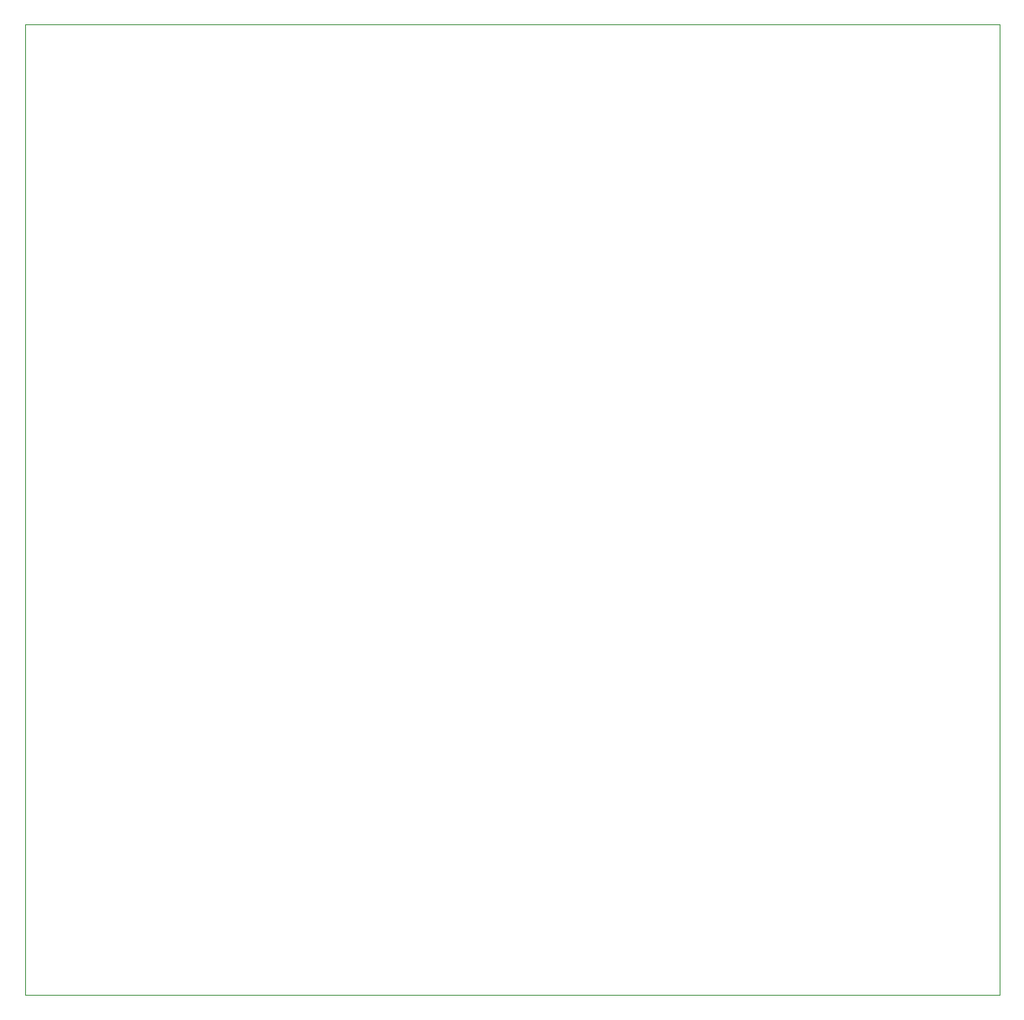
<source format=gm1>
G04 #@! TF.GenerationSoftware,KiCad,Pcbnew,(5.1.10)-1*
G04 #@! TF.CreationDate,2023-01-28T17:58:06+01:00*
G04 #@! TF.ProjectId,8-bit-computer_General_Registers_pcb,382d6269-742d-4636-9f6d-70757465725f,rev?*
G04 #@! TF.SameCoordinates,Original*
G04 #@! TF.FileFunction,Profile,NP*
%FSLAX46Y46*%
G04 Gerber Fmt 4.6, Leading zero omitted, Abs format (unit mm)*
G04 Created by KiCad (PCBNEW (5.1.10)-1) date 2023-01-28 17:58:06*
%MOMM*%
%LPD*%
G01*
G04 APERTURE LIST*
G04 #@! TA.AperFunction,Profile*
%ADD10C,0.100000*%
G04 #@! TD*
G04 APERTURE END LIST*
D10*
X196405500Y-43624500D02*
X196405500Y-144907000D01*
X94805500Y-43624500D02*
X196405500Y-43624500D01*
X94805500Y-144907000D02*
X94805500Y-43624500D01*
X196405500Y-144907000D02*
X94805500Y-144907000D01*
M02*

</source>
